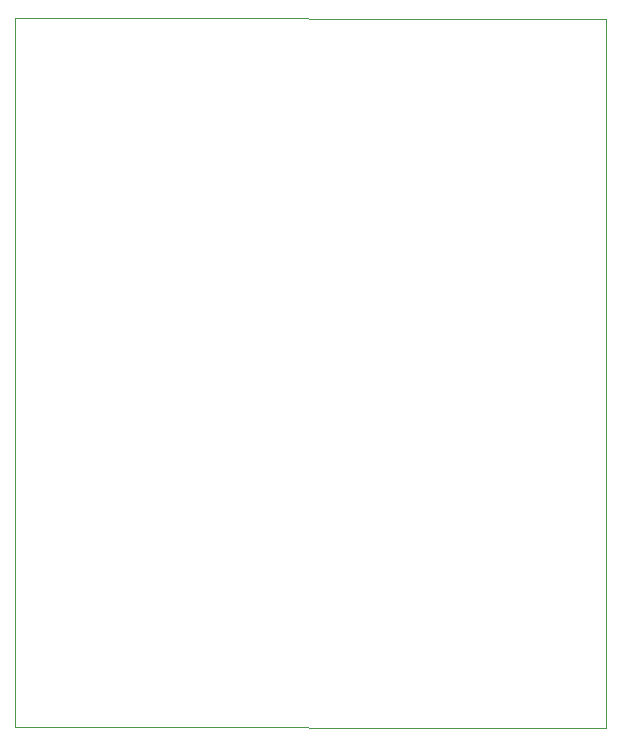
<source format=gm1>
G04 #@! TF.GenerationSoftware,KiCad,Pcbnew,6.0.2+dfsg-1*
G04 #@! TF.CreationDate,2023-05-23T14:21:47-03:00*
G04 #@! TF.ProjectId,pedal,70656461-6c2e-46b6-9963-61645f706362,rev?*
G04 #@! TF.SameCoordinates,Original*
G04 #@! TF.FileFunction,Profile,NP*
%FSLAX46Y46*%
G04 Gerber Fmt 4.6, Leading zero omitted, Abs format (unit mm)*
G04 Created by KiCad (PCBNEW 6.0.2+dfsg-1) date 2023-05-23 14:21:47*
%MOMM*%
%LPD*%
G01*
G04 APERTURE LIST*
G04 #@! TA.AperFunction,Profile*
%ADD10C,0.100000*%
G04 #@! TD*
G04 APERTURE END LIST*
D10*
X118326000Y-130048000D02*
X118326000Y-70048000D01*
X68326000Y-70000000D02*
X118326000Y-70048000D01*
X68326000Y-130000000D02*
X118326000Y-130048000D01*
X68326000Y-130000000D02*
X68326000Y-70000000D01*
M02*

</source>
